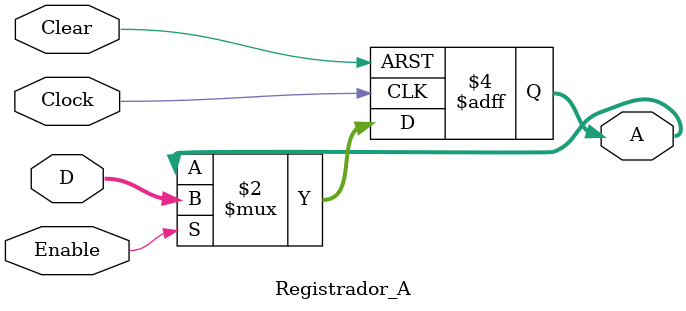
<source format=v>
module Registrador_A(Enable, Clock, Clear, D, A);

input Clock, Clear, Enable;
input [15:0] D;
output reg [15:0] A;

always @(posedge Clock or posedge Clear)
begin
	if(Clear) begin
		A <= 16'b0;
	end else if(Enable) begin
		A <= D;
	end
end
endmodule
</source>
